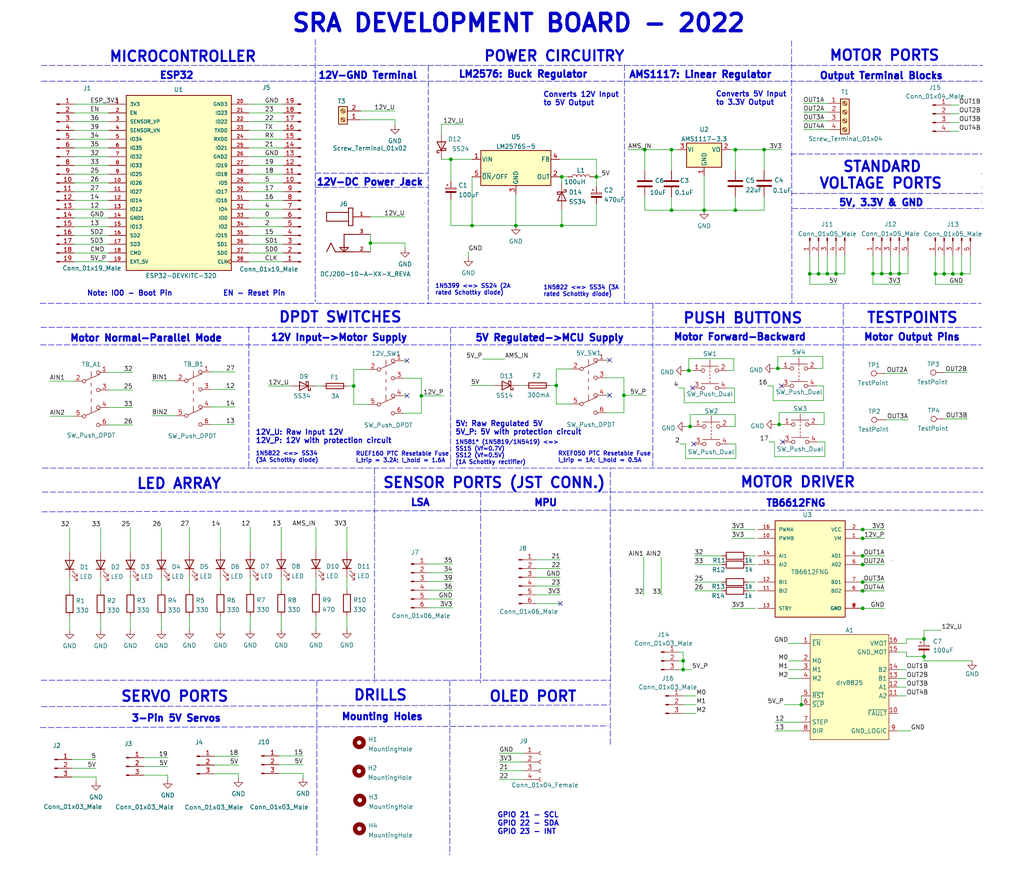
<source format=kicad_sch>
(kicad_sch (version 20211123) (generator eeschema)
  (paper "User" 297.002 259.994)
  (junction (at 225.5774 106.9086))
  (junction (at 250.19 176.53))
  (junction (at 186.9948 43.434))
  (junction (at 239.9284 79.4512))
  (junction (at 162.9156 51.308))
  (junction (at 276.352 79.4766))
  (junction (at 122.1994 114.8588))
  (junction (at 260.8072 79.4258))
  (junction (at 250.19 161.29))
  (junction (at 213.2584 43.434))
  (junction (at 204.216 61.0108))
  (junction (at 271.272 79.4766))
  (junction (at 130.7592 46.228))
  (junction (at 198.12 191.77))
  (junction (at 180.9496 114.7064))
  (junction (at 213.2584 61.0108))
  (junction (at 250.19 156.21))
  (junction (at 255.7272 79.4258))
  (junction (at 258.2672 79.4258))
  (junction (at 107.4166 70.5358))
  (junction (at 194.7418 43.434))
  (junction (at 161.3408 111.8616))
  (junction (at 250.19 171.45))
  (junction (at 234.8484 79.4512))
  (junction (at 267.97 185.42))
  (junction (at 253.1872 79.4258))
  (junction (at 273.812 79.4766))
  (junction (at 162.9156 65.4558))
  (junction (at 250.19 163.83))
  (junction (at 149.606 65.4558))
  (junction (at 232.41 204.47))
  (junction (at 242.4684 79.4512))
  (junction (at 250.19 153.67))
  (junction (at 237.3884 79.4512))
  (junction (at 250.19 168.91))
  (junction (at 198.12 194.31))
  (junction (at 172.974 51.308))
  (junction (at 200.152 123.7488))
  (junction (at 221.615 43.434))
  (junction (at 136.906 65.4558))
  (junction (at 199.771 107.5182))
  (junction (at 278.892 79.4766))
  (junction (at 267.97 190.5))
  (junction (at 102.5906 112.014))
  (junction (at 225.9584 123.1646))
  (junction (at 194.7418 61.0108))
  (no_connect (at 176.784 114.681))
  (no_connect (at 201.1934 128.8288))
  (no_connect (at 118.0338 114.8334))
  (no_connect (at 162.5092 175.133))
  (no_connect (at 118.0338 104.6734))
  (no_connect (at 176.784 104.521))
  (no_connect (at 226.9998 128.2446))
  (no_connect (at 200.8124 112.5982))
  (no_connect (at 226.6188 111.9886))
  (wire (pts (xy 175.768 104.521) (xy 176.784 104.521)))
  (wire (pts (xy 146.431 104.2162) (xy 139.9286 104.2162)))
  (wire (pts (xy 262.89 185.42) (xy 267.97 185.42)))
  (wire (pts (xy 221.615 56.9976) (xy 221.615 61.0108)))
  (polyline (pts (xy 370.1796 138.2014) (xy 370.205 138.2014)))
  (wire (pts (xy 54.9402 167.5638) (xy 54.9402 171.2976)))
  (wire (pts (xy 224.2312 111.9886) (xy 224.2312 116.2558)))
  (wire (pts (xy 267.97 191.77) (xy 281.94 191.77)))
  (wire (pts (xy 216.9668 171.45) (xy 219.1004 171.45)))
  (wire (pts (xy 122.1994 114.8588) (xy 128.7018 114.8588)))
  (wire (pts (xy 72.5678 159.893) (xy 72.5678 152.9334)))
  (wire (pts (xy 224.5106 106.9086) (xy 225.5774 106.9086)))
  (wire (pts (xy 281.432 79.4766) (xy 281.432 74.1172)))
  (wire (pts (xy 198.12 191.77) (xy 198.12 194.31)))
  (wire (pts (xy 46.8122 160.02) (xy 46.8122 153.0604)))
  (wire (pts (xy 253.1872 79.4258) (xy 255.7272 79.4258)))
  (wire (pts (xy 225.5774 106.9086) (xy 225.5774 103.4542)))
  (wire (pts (xy 21.5138 35.306) (xy 31.5214 35.306)))
  (polyline (pts (xy 229.362 44.6786) (xy 284.5816 44.6786)))
  (wire (pts (xy 224.6122 128.2446) (xy 224.6122 132.5118)))
  (wire (pts (xy 72.5678 178.8668) (xy 72.5678 182.6768)))
  (wire (pts (xy 258.2672 79.4258) (xy 260.8072 79.4258)))
  (wire (pts (xy 238.8362 111.9886) (xy 236.7788 111.9886)))
  (polyline (pts (xy 124.206 19.05) (xy 124.206 88.2142)))
  (wire (pts (xy 276.352 79.4766) (xy 278.892 79.4766)))
  (wire (pts (xy 198.8058 128.8288) (xy 198.8058 133.096)))
  (wire (pts (xy 72.5678 167.513) (xy 72.5678 171.2468)))
  (wire (pts (xy 128.016 46.228) (xy 130.7592 46.228)))
  (wire (pts (xy 20.193 160.0708) (xy 20.193 153.1112)))
  (wire (pts (xy 237.3884 79.4512) (xy 239.9284 79.4512)))
  (polyline (pts (xy 181.102 18.796) (xy 181.102 87.9602)))
  (wire (pts (xy 102.5906 107.2134) (xy 102.5906 112.014)))
  (wire (pts (xy 150.6982 111.8616) (xy 152.0698 111.8616)))
  (wire (pts (xy 162.9156 60.8076) (xy 162.9156 65.4558)))
  (wire (pts (xy 172.974 59.182) (xy 172.974 65.4558)))
  (wire (pts (xy 271.272 74.1172) (xy 271.272 79.4766)))
  (wire (pts (xy 219.1004 161.29) (xy 216.9668 161.29)))
  (wire (pts (xy 232.41 201.93) (xy 232.41 204.47)))
  (wire (pts (xy 199.771 107.5182) (xy 200.8124 107.5182)))
  (wire (pts (xy 117.0178 109.7534) (xy 122.1994 109.7534)))
  (wire (pts (xy 29.1846 167.6908) (xy 29.1846 171.4246)))
  (wire (pts (xy 124.3076 173.8122) (xy 131.2672 173.8122)))
  (wire (pts (xy 274.0914 121.5644) (xy 280.5938 121.5644)))
  (wire (pts (xy 41.6814 222.4024) (xy 48.641 222.4024)))
  (wire (pts (xy 200.152 123.7488) (xy 200.152 120.2944)))
  (wire (pts (xy 225.5774 103.4542) (xy 238.633 103.4542)))
  (wire (pts (xy 258.2672 74.0664) (xy 258.2672 79.4258)))
  (polyline (pts (xy 130.6576 95.25) (xy 130.6576 136.1694)))
  (wire (pts (xy 21.5138 50.546) (xy 31.5214 50.546)))
  (wire (pts (xy 228.6 194.31) (xy 232.41 194.31)))
  (wire (pts (xy 260.8072 74.0664) (xy 260.8072 79.4258)))
  (wire (pts (xy 130.7592 65.4558) (xy 136.906 65.4558)))
  (wire (pts (xy 48.641 224.9424) (xy 48.641 226.2124)))
  (wire (pts (xy 162.9156 51.308) (xy 164.6936 51.308)))
  (wire (pts (xy 72.1614 60.706) (xy 82.169 60.706)))
  (wire (pts (xy 21.5138 75.946) (xy 31.5214 75.946)))
  (polyline (pts (xy 284.7086 54.3052) (xy 284.7086 54.3306)))
  (wire (pts (xy 130.7592 46.228) (xy 136.906 46.228)))
  (polyline (pts (xy 284.5816 44.6786) (xy 284.5816 44.7802)))
  (wire (pts (xy 239.9284 32.5374) (xy 232.9688 32.5374)))
  (polyline (pts (xy 177.0634 197.3326) (xy 177.0634 165.5826)))
  (wire (pts (xy 61.1632 118.0846) (xy 68.1228 118.0846)))
  (wire (pts (xy 219.1004 163.83) (xy 216.9668 163.83)))
  (wire (pts (xy 256.8702 121.8184) (xy 263.3726 121.8184)))
  (wire (pts (xy 107.4166 62.9158) (xy 117.4242 62.9158)))
  (wire (pts (xy 124.3076 171.2722) (xy 131.2672 171.2722)))
  (wire (pts (xy 155.5496 162.433) (xy 162.5092 162.433)))
  (wire (pts (xy 159.6898 111.8616) (xy 161.3408 111.8616)))
  (wire (pts (xy 135.8392 73.0758) (xy 135.8392 74.6506)))
  (polyline (pts (xy 91.4146 54.3814) (xy 124.206 54.356)))
  (wire (pts (xy 198.12 189.23) (xy 198.12 191.77)))
  (wire (pts (xy 219.1004 168.91) (xy 216.9668 168.91)))
  (wire (pts (xy 260.8072 79.4258) (xy 263.3472 79.4258)))
  (wire (pts (xy 100.6094 178.8414) (xy 100.6094 182.6514)))
  (wire (pts (xy 275.59 30.48) (xy 278.13 30.48)))
  (wire (pts (xy 239.2172 128.2446) (xy 237.1598 128.2446)))
  (wire (pts (xy 239.9284 37.6174) (xy 232.9688 37.6174)))
  (wire (pts (xy 72.1614 55.626) (xy 82.169 55.626)))
  (wire (pts (xy 213.2584 57.0738) (xy 213.2584 61.0108)))
  (wire (pts (xy 224.8916 123.1646) (xy 225.9584 123.1646)))
  (wire (pts (xy 149.606 56.388) (xy 149.606 65.4558)))
  (wire (pts (xy 234.8484 79.4512) (xy 234.8484 82.4992)))
  (wire (pts (xy 225.9584 119.7102) (xy 239.014 119.7102)))
  (polyline (pts (xy 12.0904 148.5138) (xy 176.784 148.0312)))
  (wire (pts (xy 225.9584 123.1646) (xy 225.9584 119.7102)))
  (wire (pts (xy 41.6814 219.8624) (xy 48.641 219.8624)))
  (wire (pts (xy 199.771 104.0638) (xy 212.8266 104.0638)))
  (wire (pts (xy 213.4108 133.0706) (xy 213.4108 128.8288)))
  (wire (pts (xy 149.606 65.4558) (xy 162.9156 65.4558)))
  (wire (pts (xy 267.97 190.5) (xy 267.97 191.77)))
  (wire (pts (xy 239.2172 132.4864) (xy 239.2172 128.2446)))
  (wire (pts (xy 72.1614 42.926) (xy 82.169 42.926)))
  (wire (pts (xy 63.9318 167.5638) (xy 63.9318 171.2976)))
  (wire (pts (xy 172.974 51.308) (xy 172.974 54.102)))
  (wire (pts (xy 250.19 176.53) (xy 256.54 176.53)))
  (wire (pts (xy 278.892 79.4766) (xy 281.432 79.4766)))
  (wire (pts (xy 117.475 70.5358) (xy 117.475 72.1106)))
  (wire (pts (xy 114.554 34.7472) (xy 114.554 36.322)))
  (wire (pts (xy 180.9496 109.601) (xy 180.9496 114.7064)))
  (polyline (pts (xy 229.5652 56.134) (xy 284.9118 56.134)))
  (wire (pts (xy 102.5906 117.3734) (xy 106.8578 117.3734)))
  (polyline (pts (xy 12.0396 23.5712) (xy 284.8864 23.5712)))
  (wire (pts (xy 250.19 161.29) (xy 256.54 161.29)))
  (wire (pts (xy 63.9318 159.9438) (xy 63.9318 152.9842)))
  (wire (pts (xy 117.0178 114.8334) (xy 118.0338 114.8334)))
  (polyline (pts (xy 139.3952 142.7226) (xy 139.3952 198.0184)))
  (wire (pts (xy 186.9948 43.434) (xy 194.7418 43.434)))
  (wire (pts (xy 273.812 74.1172) (xy 273.812 79.4766)))
  (wire (pts (xy 236.7788 106.9086) (xy 238.633 106.9086)))
  (wire (pts (xy 271.272 79.4766) (xy 273.812 79.4766)))
  (wire (pts (xy 255.7272 74.0664) (xy 255.7272 79.4258)))
  (wire (pts (xy 201.93 207.01) (xy 198.12 207.01)))
  (polyline (pts (xy 12.2936 135.8392) (xy 285.1404 135.8392)))
  (wire (pts (xy 130.7592 57.7596) (xy 130.7592 65.4558)))
  (wire (pts (xy 72.1614 53.086) (xy 82.169 53.086)))
  (wire (pts (xy 61.1632 113.0046) (xy 68.1228 113.0046)))
  (wire (pts (xy 46.8122 167.64) (xy 46.8122 171.3738)))
  (wire (pts (xy 234.8484 79.4512) (xy 237.3884 79.4512)))
  (wire (pts (xy 200.152 120.2944) (xy 213.2076 120.2944)))
  (polyline (pts (xy 12.2682 142.7988) (xy 285.115 142.7988)))
  (wire (pts (xy 100.6094 159.8676) (xy 100.6094 152.908)))
  (wire (pts (xy 172.974 46.228) (xy 172.974 51.308)))
  (wire (pts (xy 250.19 156.21) (xy 256.54 156.21)))
  (wire (pts (xy 21.5138 40.386) (xy 31.5214 40.386)))
  (polyline (pts (xy 12.0142 205.0542) (xy 176.7078 204.5716)))
  (wire (pts (xy 124.3076 163.6522) (xy 131.2672 163.6522)))
  (wire (pts (xy 41.6814 224.9424) (xy 48.641 224.9424)))
  (wire (pts (xy 196.7738 112.5982) (xy 198.4248 112.5982)))
  (wire (pts (xy 180.9496 114.7064) (xy 187.452 114.7064)))
  (wire (pts (xy 239.9284 35.0774) (xy 232.9688 35.0774)))
  (wire (pts (xy 21.5138 60.706) (xy 31.5214 60.706)))
  (wire (pts (xy 262.89 189.23) (xy 262.89 190.5)))
  (wire (pts (xy 172.974 65.4558) (xy 162.9156 65.4558)))
  (wire (pts (xy 249.5804 156.21) (xy 250.19 156.21)))
  (wire (pts (xy 186.6571 172.7001) (xy 186.69 161.6964)))
  (wire (pts (xy 80.9244 221.8944) (xy 87.884 221.8944)))
  (wire (pts (xy 209.3468 168.91) (xy 201.3712 168.91)))
  (wire (pts (xy 186.9948 61.0108) (xy 194.7418 61.0108)))
  (wire (pts (xy 210.9724 107.5182) (xy 212.8266 107.5182)))
  (wire (pts (xy 238.8362 116.2304) (xy 238.8362 111.9886)))
  (wire (pts (xy 117.0178 104.6734) (xy 118.0338 104.6734)))
  (wire (pts (xy 172.974 51.308) (xy 174.3964 51.308)))
  (wire (pts (xy 249.5804 171.45) (xy 250.19 171.45)))
  (wire (pts (xy 198.7042 107.5182) (xy 199.771 107.5182)))
  (wire (pts (xy 155.5496 170.053) (xy 162.5092 170.053)))
  (wire (pts (xy 91.6178 178.8414) (xy 91.6178 182.6514)))
  (wire (pts (xy 213.2584 43.434) (xy 221.615 43.434)))
  (wire (pts (xy 271.272 79.4766) (xy 271.272 82.5246)))
  (wire (pts (xy 107.4166 67.9958) (xy 107.4166 70.5358)))
  (wire (pts (xy 155.5496 164.973) (xy 162.5092 164.973)))
  (wire (pts (xy 72.1614 68.326) (xy 82.169 68.326)))
  (wire (pts (xy 20.9042 222.9358) (xy 27.8638 222.9358)))
  (wire (pts (xy 224.79 212.09) (xy 232.41 212.09)))
  (wire (pts (xy 54.9402 159.9438) (xy 54.9402 152.9842)))
  (wire (pts (xy 37.8206 160.02) (xy 37.8206 153.0604)))
  (polyline (pts (xy 124.206 54.356) (xy 124.206 54.356)))
  (polyline (pts (xy 124.206 50.292) (xy 124.206 50.292)))
  (wire (pts (xy 72.1614 50.546) (xy 82.169 50.546)))
  (wire (pts (xy 239.014 119.7102) (xy 239.014 123.1646)))
  (wire (pts (xy 237.3884 74.0918) (xy 237.3884 79.4512)))
  (wire (pts (xy 209.3468 171.45) (xy 201.3712 171.45)))
  (wire (pts (xy 213.0298 116.84) (xy 213.0298 112.5982)))
  (wire (pts (xy 219.1004 156.21) (xy 212.1408 156.21)))
  (wire (pts (xy 72.1614 45.466) (xy 82.169 45.466)))
  (wire (pts (xy 209.3468 163.83) (xy 201.3712 163.83)))
  (wire (pts (xy 239.9284 74.0918) (xy 239.9284 79.4512)))
  (wire (pts (xy 204.216 51.054) (xy 204.216 61.0108)))
  (wire (pts (xy 61.1632 107.9246) (xy 68.1228 107.9246)))
  (wire (pts (xy 91.6178 167.4876) (xy 91.6178 171.2214)))
  (wire (pts (xy 20.193 179.0446) (xy 20.193 182.8546)))
  (polyline (pts (xy 229.5652 11.811) (xy 229.6668 87.884)))
  (wire (pts (xy 249.5804 153.67) (xy 250.19 153.67)))
  (wire (pts (xy 213.2584 61.0108) (xy 221.615 61.0108)))
  (wire (pts (xy 255.7272 79.4258) (xy 258.2672 79.4258)))
  (wire (pts (xy 21.5138 73.406) (xy 31.5214 73.406)))
  (wire (pts (xy 151.765 226.187) (xy 144.8054 226.187)))
  (wire (pts (xy 106.8578 107.2134) (xy 102.5906 107.2134)))
  (wire (pts (xy 51.0032 110.4646) (xy 44.0436 110.4646)))
  (wire (pts (xy 200.152 123.7488) (xy 201.1934 123.7488)))
  (wire (pts (xy 198.4248 116.8654) (xy 213.0298 116.84)))
  (wire (pts (xy 130.7592 46.228) (xy 130.7592 52.6796)))
  (wire (pts (xy 196.85 191.77) (xy 198.12 191.77)))
  (polyline (pts (xy 12.0396 18.9992) (xy 284.8864 18.9992)))
  (wire (pts (xy 172.3136 51.308) (xy 172.974 51.308)))
  (wire (pts (xy 260.35 199.39) (xy 262.89 199.39)))
  (wire (pts (xy 180.9496 114.7064) (xy 180.9496 119.761)))
  (polyline (pts (xy 11.938 197.3834) (xy 177.0126 197.3834)))
  (wire (pts (xy 21.5138 37.846) (xy 31.5214 37.846)))
  (wire (pts (xy 62.1792 224.536) (xy 69.1388 224.536)))
  (polyline (pts (xy 284.734 58.5216) (xy 284.734 58.547)))
  (wire (pts (xy 165.608 107.061) (xy 161.3408 107.061)))
  (wire (pts (xy 21.3614 110.617) (xy 14.4018 110.617)))
  (wire (pts (xy 122.1994 109.7534) (xy 122.1994 114.8588)))
  (wire (pts (xy 260.35 189.23) (xy 262.89 189.23)))
  (wire (pts (xy 87.884 224.4344) (xy 87.884 225.7044)))
  (wire (pts (xy 219.1004 176.53) (xy 212.1408 176.53)))
  (wire (pts (xy 228.6 196.85) (xy 232.41 196.85)))
  (wire (pts (xy 21.5138 70.866) (xy 31.5214 70.866)))
  (polyline (pts (xy 91.8972 197.4088) (xy 91.8972 248.1072)))
  (wire (pts (xy 197.1548 128.8288) (xy 198.8058 128.8288)))
  (wire (pts (xy 31.5214 123.317) (xy 38.481 123.317)))
  (wire (pts (xy 253.1872 74.0664) (xy 253.1872 79.4258)))
  (wire (pts (xy 262.89 186.69) (xy 262.89 185.42)))
  (wire (pts (xy 249.5804 168.91) (xy 250.19 168.91)))
  (wire (pts (xy 242.4684 74.0918) (xy 242.4684 79.4512)))
  (polyline (pts (xy 11.8364 94.996) (xy 284.6832 94.996)))
  (wire (pts (xy 151.765 221.107) (xy 144.8054 221.107)))
  (wire (pts (xy 155.5496 175.133) (xy 162.5092 175.133)))
  (wire (pts (xy 245.0084 79.4512) (xy 245.0084 74.0918)))
  (wire (pts (xy 29.1846 179.0446) (xy 29.1846 182.8546)))
  (wire (pts (xy 191.77 172.72) (xy 191.77 161.6964)))
  (wire (pts (xy 21.5138 45.466) (xy 31.5214 45.466)))
  (wire (pts (xy 102.5906 112.014) (xy 102.5906 117.3734)))
  (wire (pts (xy 37.8206 178.9938) (xy 37.8206 182.8038)))
  (wire (pts (xy 199.0852 123.7488) (xy 200.152 123.7488)))
  (wire (pts (xy 260.35 196.85) (xy 262.89 196.85)))
  (wire (pts (xy 124.3076 168.7322) (xy 131.2672 168.7322)))
  (wire (pts (xy 31.5214 118.237) (xy 38.481 118.237)))
  (polyline (pts (xy 284.7086 50.3428) (xy 284.7086 50.4444)))
  (wire (pts (xy 100.6094 167.4876) (xy 100.6094 171.2214)))
  (wire (pts (xy 128.016 36.068) (xy 134.5184 36.068)))
  (wire (pts (xy 238.633 103.4542) (xy 238.633 106.9086)))
  (wire (pts (xy 81.5594 159.893) (xy 81.5594 152.9334)))
  (wire (pts (xy 273.812 79.4766) (xy 276.352 79.4766)))
  (wire (pts (xy 62.1792 221.996) (xy 69.1388 221.996)))
  (wire (pts (xy 194.7418 61.0108) (xy 204.216 61.0108)))
  (wire (pts (xy 273.9644 108.1024) (xy 280.4668 108.1024)))
  (polyline (pts (xy 284.8864 18.8976) (xy 284.8864 18.9992)))
  (polyline (pts (xy 177.0126 216.0016) (xy 177.0126 197.3834)))
  (wire (pts (xy 124.3076 176.3522) (xy 131.2672 176.3522)))
  (polyline (pts (xy 11.684 88.0364) (xy 284.5308 88.0364)))
  (wire (pts (xy 180.9496 119.761) (xy 175.768 119.761)))
  (wire (pts (xy 267.97 182.88) (xy 267.97 185.42)))
  (wire (pts (xy 175.768 114.681) (xy 176.784 114.681)))
  (polyline (pts (xy 244.5512 88.0872) (xy 244.5512 135.9408)))
  (wire (pts (xy 222.9612 128.2446) (xy 224.6122 128.2446)))
  (wire (pts (xy 213.4108 128.8288) (xy 211.3534 128.8288)))
  (wire (pts (xy 21.5138 55.626) (xy 31.5214 55.626)))
  (wire (pts (xy 209.3468 161.29) (xy 201.3712 161.29)))
  (wire (pts (xy 151.765 223.647) (xy 144.8054 223.647)))
  (wire (pts (xy 227.33 204.47) (xy 232.41 204.47)))
  (wire (pts (xy 20.9042 225.4758) (xy 27.8638 225.4758)))
  (wire (pts (xy 72.1614 40.386) (xy 82.169 40.386)))
  (wire (pts (xy 260.35 201.93) (xy 262.89 201.93)))
  (wire (pts (xy 225.5774 106.9086) (xy 226.6188 106.9086)))
  (wire (pts (xy 84.328 112.014) (xy 77.8256 112.014)))
  (wire (pts (xy 21.5138 68.326) (xy 31.5214 68.326)))
  (wire (pts (xy 221.615 49.3776) (xy 221.615 43.434)))
  (wire (pts (xy 198.4248 112.5982) (xy 198.4248 116.8654)))
  (wire (pts (xy 54.9402 178.9176) (xy 54.9402 182.7276)))
  (wire (pts (xy 278.892 74.1172) (xy 278.892 79.4766)))
  (wire (pts (xy 72.1614 37.846) (xy 82.169 37.846)))
  (wire (pts (xy 72.1614 35.306) (xy 82.169 35.306)))
  (wire (pts (xy 31.5214 108.077) (xy 38.481 108.077)))
  (wire (pts (xy 250.19 171.45) (xy 256.54 171.45)))
  (wire (pts (xy 250.19 153.67) (xy 256.54 153.67)))
  (wire (pts (xy 267.97 182.88) (xy 273.05 182.88)))
  (wire (pts (xy 211.3534 123.7488) (xy 213.2076 123.7488)))
  (wire (pts (xy 29.1846 160.0708) (xy 29.1846 153.1112)))
  (wire (pts (xy 182.118 43.434) (xy 186.9948 43.434)))
  (wire (pts (xy 194.7418 43.434) (xy 196.596 43.434)))
  (polyline (pts (xy 11.684 211.1248) (xy 176.3776 210.6422)))
  (wire (pts (xy 199.771 107.5182) (xy 199.771 104.0638)))
  (wire (pts (xy 275.59 38.1) (xy 278.13 38.1)))
  (wire (pts (xy 198.12 194.31) (xy 200.66 194.31)))
  (wire (pts (xy 162.306 51.308) (xy 162.9156 51.308)))
  (wire (pts (xy 61.1632 123.1646) (xy 68.1228 123.1646)))
  (wire (pts (xy 128.016 36.068) (xy 128.016 38.608)))
  (wire (pts (xy 249.5804 163.83) (xy 250.19 163.83)))
  (polyline (pts (xy 176.9872 148.0566) (xy 285.0134 148.0566)))
  (wire (pts (xy 224.79 209.55) (xy 232.41 209.55)))
  (wire (pts (xy 72.1614 70.866) (xy 82.169 70.866)))
  (wire (pts (xy 237.1598 123.1646) (xy 239.014 123.1646)))
  (wire (pts (xy 249.5804 176.53) (xy 250.19 176.53)))
  (wire (pts (xy 69.1388 224.536) (xy 69.1388 225.806)))
  (wire (pts (xy 72.1614 48.006) (xy 82.169 48.006)))
  (polyline (pts (xy 91.44 11.43) (xy 91.44 87.4776)))
  (wire (pts (xy 161.3408 107.061) (xy 161.3408 111.8616)))
  (wire (pts (xy 198.8058 133.096) (xy 213.4108 133.0706)))
  (wire (pts (xy 253.1872 82.4738) (xy 261.2644 82.4738)))
  (wire (pts (xy 62.1792 219.456) (xy 69.1388 219.456)))
  (wire (pts (xy 239.9284 79.4512) (xy 242.4684 79.4512)))
  (wire (pts (xy 136.906 65.4558) (xy 149.606 65.4558)))
  (wire (pts (xy 234.8484 74.0918) (xy 234.8484 79.4512)))
  (wire (pts (xy 211.836 43.434) (xy 213.2584 43.434)))
  (polyline (pts (xy 229.8446 60.5028) (xy 285.1912 60.5028)))
  (wire (pts (xy 21.5138 58.166) (xy 31.5214 58.166)))
  (wire (pts (xy 260.35 212.09) (xy 264.16 212.09)))
  (wire (pts (xy 91.948 112.014) (xy 93.3196 112.014)))
  (wire (pts (xy 250.19 163.83) (xy 256.54 163.83)))
  (wire (pts (xy 186.9948 43.434) (xy 186.9948 49.5046)))
  (wire (pts (xy 250.19 168.91) (xy 256.54 168.91)))
  (wire (pts (xy 222.5802 111.9886) (xy 224.2312 111.9886)))
  (wire (pts (xy 21.5138 32.766) (xy 31.5214 32.766)))
  (wire (pts (xy 271.272 82.5246) (xy 279.3492 82.5246)))
  (wire (pts (xy 260.35 194.31) (xy 262.89 194.31)))
  (wire (pts (xy 100.9396 112.014) (xy 102.5906 112.014)))
  (wire (pts (xy 104.5464 34.7472) (xy 114.554 34.7472)))
  (polyline (pts (xy 176.9872 165.989) (xy 176.9872 135.8646)))
  (wire (pts (xy 275.59 33.02) (xy 278.13 33.02)))
  (wire (pts (xy 213.2584 43.434) (xy 213.2584 49.4538)))
  (wire (pts (xy 253.1872 79.4258) (xy 253.1872 82.4738)))
  (wire (pts (xy 155.5496 172.593) (xy 162.5092 172.593)))
  (wire (pts (xy 224.2312 116.2558) (xy 238.8362 116.2304)))
  (wire (pts (xy 21.5138 63.246) (xy 31.5214 63.246)))
  (wire (pts (xy 122.1994 119.9134) (xy 117.0178 119.9134)))
  (wire (pts (xy 213.2076 120.2944) (xy 213.2076 123.7488)))
  (polyline (pts (xy 11.7348 100.076) (xy 284.5816 100.076)))
  (wire (pts (xy 151.765 218.567) (xy 144.8054 218.567)))
  (wire (pts (xy 275.59 35.56) (xy 278.13 35.56)))
  (wire (pts (xy 21.5138 42.926) (xy 31.5214 42.926)))
  (wire (pts (xy 122.1994 114.8588) (xy 122.1994 119.9134)))
  (polyline (pts (xy 130.4544 197.4596) (xy 130.4544 248.158)))
  (wire (pts (xy 234.8484 82.4992) (xy 242.9256 82.4992)))
  (wire (pts (xy 21.5138 48.006) (xy 31.5214 48.006)))
  (wire (pts (xy 201.93 201.93) (xy 198.12 201.93)))
  (wire (pts (xy 104.5464 32.2072) (xy 114.554 32.2072)))
  (wire (pts (xy 27.8638 225.4758) (xy 27.8638 226.7458)))
  (wire (pts (xy 276.352 74.1172) (xy 276.352 79.4766)))
  (wire (pts (xy 221.615 43.434) (xy 226.7966 43.434)))
  (wire (pts (xy 219.1004 153.67) (xy 212.1408 153.67)))
  (polyline (pts (xy 189.3316 87.9602) (xy 189.3316 135.8138)))
  (wire (pts (xy 201.93 204.47) (xy 198.12 204.47)))
  (polyline (pts (xy 72.1614 94.8944) (xy 72.1614 135.8138)))
  (wire (pts (xy 72.1614 73.406) (xy 82.169 73.406)))
  (wire (pts (xy 107.4166 70.5358) (xy 107.4166 73.0758)))
  (wire (pts (xy 124.3076 166.1922) (xy 131.2672 166.1922)))
  (wire (pts (xy 21.3614 120.777) (xy 14.4018 120.777)))
  (polyline (pts (xy 165.4048 88.0364) (xy 165.227 88.0364)))
  (wire (pts (xy 21.5138 53.086) (xy 31.5214 53.086)))
  (wire (pts (xy 72.1614 65.786) (xy 82.169 65.786)))
  (wire (pts (xy 155.5496 167.513) (xy 162.5092 167.513)))
  (wire (pts (xy 72.1614 63.246) (xy 82.169 63.246)))
  (wire (pts (xy 196.85 189.23) (xy 198.12 189.23)))
  (polyline (pts (xy 72.1614 135.8138) (xy 72.3392 135.8138)))
  (wire (pts (xy 194.7418 43.434) (xy 194.7418 49.5046)))
  (wire (pts (xy 21.5138 30.226) (xy 31.5214 30.226)))
  (wire (pts (xy 249.5804 161.29) (xy 250.19 161.29)))
  (wire (pts (xy 161.3408 111.8616) (xy 161.3408 117.221)))
  (wire (pts (xy 136.906 51.308) (xy 136.906 65.4558)))
  (wire (pts (xy 80.9244 224.4344) (xy 87.884 224.4344)))
  (wire (pts (xy 91.6178 159.8676) (xy 91.6178 152.908)))
  (wire (pts (xy 81.5594 167.513) (xy 81.5594 171.2468)))
  (wire (pts (xy 228.6 186.69) (xy 232.41 186.69)))
  (polyline (pts (xy 139.2936 198.0184) (xy 139.3952 198.0184)))
  (wire (pts (xy 162.9156 51.308) (xy 162.9156 53.1876)))
  (wire (pts (xy 107.4166 70.5358) (xy 117.475 70.5358)))
  (polyline (pts (xy 258.6736 162.5854) (xy 258.699 162.5854)))
  (wire (pts (xy 81.5594 178.8668) (xy 81.5594 182.6768)))
  (wire (pts (xy 63.9318 178.9176) (xy 63.9318 182.7276)))
  (wire (pts (xy 21.5138 65.786) (xy 31.5214 65.786)))
  (polyline (pts (xy 177.0634 165.5826) (xy 177.0888 165.5826)))
  (wire (pts (xy 143.0782 111.8616) (xy 136.5758 111.8616)))
  (wire (pts (xy 204.216 61.0108) (xy 213.2584 61.0108)))
  (polyline (pts (xy 91.4146 50.2412) (xy 124.206 50.292)))
  (wire (pts (xy 46.8122 178.9938) (xy 46.8122 182.8038)))
  (wire (pts (xy 196.85 194.31) (xy 198.12 194.31)))
  (wire (pts (xy 20.193 167.6908) (xy 20.193 171.4246)))
  (wire (pts (xy 212.8266 104.0638) (xy 212.8266 107.5182)))
  (wire (pts (xy 224.6122 132.5118) (xy 239.2172 132.4864)))
  (wire (pts (xy 162.306 46.228) (xy 172.974 46.228)))
  (polyline (pts (xy 123.2154 58.928) (xy 123.2154 58.9788)))
  (wire (pts (xy 80.9244 219.3544) (xy 87.884 219.3544)))
  (wire (pts (xy 72.1614 58.166) (xy 82.169 58.166)))
  (wire (pts (xy 20.9042 220.3958) (xy 27.8638 220.3958)))
  (wire (pts (xy 263.3472 79.4258) (xy 263.3472 74.0664)))
  (wire (pts (xy 194.7418 57.1246) (xy 194.7418 61.0108)))
  (wire (pts (xy 260.35 186.69) (xy 262.89 186.69)))
  (wire (pts (xy 262.89 190.5) (xy 267.97 190.5)))
  (wire (pts (xy 242.4684 79.4512) (xy 245.0084 79.4512)))
  (wire (pts (xy 225.9584 123.1646) (xy 226.9998 123.1646)))
  (polyline (pts (xy 176.9872 135.8646) (xy 177.0634 135.8646)))
  (polyline (pts (xy 117.7036 87.9348) (xy 117.8052 87.9348)))
  (wire (pts (xy 37.8206 167.64) (xy 37.8206 171.3738)))
  (wire (pts (xy 175.768 109.601) (xy 180.9496 109.601)))
  (wire (pts (xy 72.1614 75.946) (xy 82.169 75.946)))
  (wire (pts (xy 186.9948 57.1246) (xy 186.9948 61.0108)))
  (wire (pts (xy 228.6 191.77) (xy 232.41 191.77)))
  (polyline (pts (xy 108.6104 135.9154) (xy 108.6104 198.0184)))
  (wire (pts (xy 213.0298 112.5982) (xy 210.9724 112.5982)))
  (wire (pts (xy 51.0032 120.6246) (xy 44.0436 120.6246)))
  (wire (pts (xy 72.1614 32.766) (xy 82.169 32.766)))
  (wire (pts (xy 239.9284 29.9974) (xy 232.9688 29.9974)))
  (wire (pts (xy 256.7432 108.3564) (xy 263.2456 108.3564)))
  (wire (pts (xy 31.5214 113.157) (xy 38.481 113.157)))
  (wire (pts (xy 161.3408 117.221) (xy 165.608 117.221)))
  (wire (pts (xy 72.1614 30.226) (xy 82.169 30.226)))
  (text "5V, 3.3V & GND" (at 243.1288 60.1472 0) (effects (font (size 2 2) (thickness 0.6) bold) (justify left bottom)))
  (text "RXEF050 PTC Resetable Fuse \nI_trip = 1A; I_hold = 0.5A" (at 161.7472 134.3914 0) (effects (font (size 1.2 1.2) bold) (justify left bottom)))
  (text "Mounting Holes" (at 98.9076 209.296 0) (effects (font (size 2 2) (thickness 0.6) bold) (justify left bottom)))
  (text "SRA DEVELOPMENT BOARD - 2022" (at 84.2772 9.8044 0) (effects (font (size 5 5) (thickness 1) bold) (justify left bottom)))
  (text "LED ARRAY" (at 39.4462 142.2654 0) (effects (font (size 3 3) (thickness 0.6) bold) (justify left bottom)))
  (text "12V_U: Raw Input 12V\n12V_P: 12V with protection circuit" (at 74.0664 128.8796 0) (effects (font (size 1.5 1.5) bold) (justify left bottom)))
  (text "12V-GND Terminal" (at 92.1512 23.2156 0) (effects (font (size 2 2) (thickness 0.6) bold) (justify left bottom)))
  (text "1N5822 <=> SS34 (3A \nrated Schottky diode)" (at 157.5308 86.2076 0) (effects (font (size 1.2 1.2) bold) (justify left bottom)))
  (text "Output Terminal Blocks" (at 237.5662 23.3172 0) (effects (font (size 2 2) (thickness 0.6) bold) (justify left bottom)))
  (text "LSA" (at 118.9482 147.1676 0) (effects (font (size 2 2) (thickness 0.6) bold) (justify left bottom)))
  (text "MPU" (at 154.7368 147.2184 0) (effects (font (size 2 2) (thickness 0.6) bold) (justify left bottom)))
  (text "Converts 5V Input \nto 3.3V Output" (at 207.518 30.734 0) (effects (font (size 1.5 1.5) bold) (justify left bottom)))
  (text "DRILLS" (at 102.362 203.6572 0) (effects (font (size 3 3) (thickness 0.6) bold) (justify left bottom)))
  (text "SENSOR PORTS (JST CONN.)" (at 110.871 142.0114 0) (effects (font (size 3 3) (thickness 0.6) bold) (justify left bottom)))
  (text "1N5399 <=> SS24 (2A \nrated Schottky diode)" (at 126.1364 85.7758 0) (effects (font (size 1.2 1.2) bold) (justify left bottom)))
  (text "DPDT SWITCHES" (at 80.645 93.9546 0) (effects (font (size 3 3) (thickness 0.6) bold) (justify left bottom)))
  (text "5V: Raw Regulated 5V\n5V_P: 5V with protection circuit" (at 131.9784 126.3904 0) (effects (font (size 1.5 1.5) bold) (justify left bottom)))
  (text "Note: IO0 - Boot Pin             EN - Reset Pin" (at 25.146 86.106 0) (effects (font (size 1.5 1.5) bold) (justify left bottom)))
  (text "POWER CIRCUITRY" (at 140.1318 18.2118 0) (effects (font (size 3 3) (thickness 0.6) bold) (justify left bottom)))
  (text "ESP32" (at 46.1518 23.2156 0) (effects (font (size 2 2) (thickness 0.6) bold) (justify left bottom)))
  (text "RUEF160 PTC Resetable Fuse \nI_trip = 3.2A; I_hold = 1.6A" (at 103.0986 134.4422 0) (effects (font (size 1.2 1.2) bold) (justify left bottom)))
  (text "LM2576: Buck Regulator" (at 132.842 22.86 0) (effects (font (size 2 2) (thickness 0.6) bold) (justify left bottom)))
  (text "MICROCONTROLLER" (at 31.496 18.3388 0) (effects (font (size 3 3) (thickness 0.6) bold) (justify left bottom)))
  (text "GPIO 21 - SCL\nGPIO 22 - SDA\nGPIO 23 - INT\n" (at 144.1704 242.316 0) (effects (font (size 1.5 1.5) bold) (justify left bottom)))
  (text "TB6612FNG\n" (at 222.0214 147.3454 0) (effects (font (size 2 2) (thickness 0.6) bold) (justify left bottom)))
  (text "1N5822 <=> SS34 \n(3A Schottky diode)" (at 74.0664 134.366 0) (effects (font (size 1.2 1.2) bold) (justify left bottom)))
  (text "3-Pin 5V Servos" (at 37.9984 209.7532 0) (effects (font (size 2 2) (thickness 0.6) bold) (justify left bottom)))
  (text "SERVO PORTS" (at 34.8488 204.0128 0) (effects (font (size 3 3) (thickness 0.6) bold) (justify left bottom)))
  (text "1N581* (1N5819/1N5419) <=> \nSS15 (Vf=0.7V) \nSS12 (Vf=0.5V)\n(1A Schottky rectifier)" (at 131.9784 134.9502 0) (effects (font (size 1.2 1.2) bold) (justify left bottom)))
  (text "12V Input->Motor Supply" (at 78.3844 99.2886 0) (effects (font (size 2 2) (thickness 0.6) bold) (justify left bottom)))
  (text "5V Regulated->MCU Supply" (at 137.6934 99.3648 0) (effects (font (size 2 2) (thickness 0.6) bold) (justify left bottom)))
  (text "OLED PORT" (at 141.6812 204.0128 0) (effects (font (size 3 3) (thickness 0.6) bold) (justify left bottom)))
  (text "MOTOR PORTS\n\n" (at 240.3348 22.8346 0) (effects (font (size 3 3) (thickness 0.6) bold) (justify left bottom)))
  (text "Motor Output Pins" (at 250.3678 99.1362 0) (effects (font (size 2 2) (thickness 0.6) bold) (justify left bottom)))
  (text "MOTOR DRIVER\n" (at 214.4776 141.8082 0) (effects (font (size 3 3) (thickness 0.6) bold) (justify left bottom)))
  (text "12V-DC Power Jack" (at 91.6686 54.1782 0) (effects (font (size 2 2) (thickness 0.6) bold) (justify left bottom)))
  (text "Converts 12V Input \nto 5V Output" (at 157.48 30.861 0) (effects (font (size 1.5 1.5) bold) (justify left bottom)))
  (text "TESTPOINTS" (at 251.206 94.107 0) (effects (font (size 3 3) (thickness 0.6) bold) (justify left bottom)))
  (text "PUSH BUTTONS" (at 197.8914 94.234 0) (effects (font (size 3 3) (thickness 0.6) bold) (justify left bottom)))
  (text "Motor Forward-Backward" (at 195.199 99.1108 0) (effects (font (size 2 2) (thickness 0.6) bold) (justify left bottom)))
  (text "AMS1117: Linear Regulator" (at 182.2704 22.9616 0) (effects (font (size 2 2) (thickness 0.6) bold) (justify left bottom)))
  (text "   STANDARD \nVOLTAGE PORTS" (at 237.3884 55.118 0) (effects (font (size 3 3) (thickness 0.6) bold) (justify left bottom)))
  (text "Motor Normal-Parallel Mode" (at 20.1422 99.441 0) (effects (font (size 2 2) (thickness 0.6) bold) (justify left bottom)))
  (label "32" (at 26.1366 45.466 0))
  (label "12" (at 26.1366 60.706 0))
  (label "25" (at 201.3712 168.91 0))
  (label "27" (at 26.1366 55.626 0))
  (label "15" (at 76.7842 68.326 0))
  (label "M0" (at 201.93 201.93 0))
  (label "13" (at 224.79 212.09 0))
  (label "33" (at 201.3712 163.83 0))
  (label "17" (at 76.7842 55.626 0))
  (label "OUT2A" (at 263.2456 108.3564 180))
  (label "15" (at 87.884 219.3544 180))
  (label "5V" (at 136.5758 111.8616 0))
  (label "M0" (at 228.6 191.77 180))
  (label "19" (at 48.641 219.8624 180))
  (label "RX" (at 76.7842 40.386 0))
  (label "32" (at 38.481 108.077 180))
  (label "12V_U" (at 77.8256 112.014 0))
  (label "OUT1B" (at 262.89 194.31 0))
  (label "5V" (at 174.3964 51.308 0))
  (label "OUT4B" (at 278.13 38.1 0))
  (label "CLK" (at 76.7842 75.946 0))
  (label "19" (at 76.7842 48.006 0))
  (label "AIN2" (at 14.4018 120.777 0))
  (label "GND" (at 228.6 186.69 180))
  (label "OUT1B" (at 278.13 30.48 0))
  (label "GND" (at 264.16 212.09 0))
  (label "26" (at 46.8122 153.0604 180))
  (label "12V_U" (at 117.4242 62.9158 180))
  (label "36" (at 131.2672 171.2722 180))
  (label "13" (at 68.1228 123.1646 180))
  (label "OUT3B" (at 278.13 35.56 0))
  (label "5V" (at 48.641 222.4024 180))
  (label "OUT3A" (at 256.54 168.91 180))
  (label "39" (at 26.1366 37.846 0))
  (label "SD2" (at 26.1366 68.326 0))
  (label "18" (at 69.1388 219.456 180))
  (label "34" (at 26.1366 40.386 0))
  (label "26" (at 26.1366 53.086 0))
  (label "OUT2B" (at 262.89 196.85 0))
  (label "5" (at 76.7842 53.086 0))
  (label "12" (at 72.5678 152.9334 180))
  (label "5V_P" (at 200.66 194.31 0))
  (label "BIN2" (at 44.0436 120.6246 0))
  (label "OUT1A" (at 256.54 161.29 180))
  (label "5V_P" (at 26.1366 75.946 0))
  (label "3V3" (at 100.6094 152.908 180))
  (label "TX" (at 76.7842 37.846 0))
  (label "16" (at 76.7842 58.166 0))
  (label "33" (at 26.1366 48.006 0))
  (label "AMS_IN" (at 146.431 104.2162 0))
  (label "3V3" (at 144.8054 221.107 0))
  (label "32" (at 186.6571 172.7001 180))
  (label "39" (at 131.2672 168.7322 180))
  (label "21" (at 76.7842 42.926 0))
  (label "OUT3A" (at 232.9688 35.0774 0))
  (label "GND" (at 144.8054 218.567 0))
  (label "3V3" (at 261.2644 82.4738 180))
  (label "5V_P" (at 187.452 114.7064 180))
  (label "3V3" (at 212.1408 153.67 0))
  (label "GND" (at 26.1366 63.246 0))
  (label "23" (at 76.7842 32.766 0))
  (label "25" (at 37.8206 153.0604 180))
  (label "M1" (at 201.93 204.47 0))
  (label "OUT3A" (at 263.3726 121.8184 180))
  (label "12" (at 224.79 209.55 0))
  (label "SD0" (at 76.7842 73.406 0))
  (label "BIN1" (at 44.0436 110.4646 0))
  (label "OUT2B" (at 278.13 33.02 0))
  (label "26" (at 38.481 123.317 180))
  (label "ESP_3V3" (at 26.1366 30.226 0))
  (label "GND" (at 76.7842 45.466 0))
  (label "OUT4A" (at 232.9688 37.6174 0))
  (label "26" (at 201.3712 171.45 0))
  (label "5V_P" (at 227.33 204.47 180))
  (label "3V3" (at 256.54 153.67 180))
  (label "4" (at 76.7842 60.706 0))
  (label "33" (at 29.1846 153.1112 180))
  (label "5V" (at 87.884 221.8944 180))
  (label "23" (at 162.5092 170.053 180))
  (label "GND" (at 256.54 176.53 180))
  (label "14" (at 68.1228 118.0846 180))
  (label "AIN2" (at 191.77 161.6964 180))
  (label "OUT4B" (at 262.89 201.93 0))
  (label "12V_P" (at 256.54 156.21 180))
  (label "SD3" (at 26.1366 70.866 0))
  (label "36" (at 26.1366 35.306 0))
  (label "12V_U" (at 134.5184 36.068 180))
  (label "5V_P" (at 139.9286 104.2162 180))
  (label "AIN1" (at 14.4018 110.617 0))
  (label "0" (at 76.7842 63.246 0))
  (label "OUT2A" (at 232.9688 32.5374 0))
  (label "3V3" (at 162.5092 172.593 180))
  (label "33" (at 191.77 172.72 180))
  (label "AMS_IN" (at 182.118 43.434 0))
  (label "14" (at 26.1366 58.166 0))
  (label "21" (at 162.5092 162.433 180))
  (label "5V" (at 69.1388 221.996 180))
  (label "2" (at 76.7842 65.786 0))
  (label "35" (at 131.2672 163.6522 180))
  (label "18" (at 76.7842 50.546 0))
  (label "3V3" (at 212.1408 156.21 0))
  (label "GND" (at 131.2672 173.8122 180))
  (label "27" (at 68.1228 107.9246 180))
  (label "GND" (at 135.8392 73.0758 0))
  (label "5V" (at 27.8638 222.9358 180))
  (label "25" (at 38.481 113.157 180))
  (label "34" (at 131.2672 166.1922 180))
  (label "12V_U" (at 114.554 32.2072 180))
  (label "3V3" (at 226.7966 43.434 180))
  (label "32" (at 201.3712 161.29 0))
  (label "OUT4A" (at 256.54 171.45 180))
  (label "OUT2B" (at 280.4668 108.1024 180))
  (label "OUT3B" (at 262.89 199.39 0))
  (label "AMS_IN" (at 91.6178 152.908 180))
  (label "4" (at 196.7738 112.5982 180))
  (label "OUT1A" (at 232.9688 29.9974 0))
  (label "AIN1" (at 186.69 161.6964 180))
  (label "M2" (at 201.93 207.01 0))
  (label "25" (at 26.1366 50.546 0))
  (label "GND" (at 162.5092 167.513 180))
  (label "22" (at 144.8054 226.187 0))
  (label "CMD" (at 26.1366 73.406 0))
  (label "EN" (at 26.1366 32.766 0))
  (label "14" (at 63.9318 152.9842 180))
  (label "27" (at 54.9402 152.9842 180))
  (label "M1" (at 228.6 194.31 180))
  (label "12" (at 68.1228 113.0046 180))
  (label "3V3" (at 131.2672 176.3522 180))
  (label "5V" (at 242.9256 82.4992 180))
  (label "2" (at 197.1548 128.8288 180))
  (label "32" (at 20.193 153.1112 180))
  (label "13" (at 81.5594 152.9334 180))
  (label "35" (at 26.1366 42.926 0))
  (label "17" (at 222.9612 128.2446 180))
  (label "GND" (at 279.3492 82.5246 180))
  (label "33" (at 38.481 118.237 180))
  (label "16" (at 222.5802 111.9886 180))
  (label "22" (at 162.5092 164.973 180))
  (label "13" (at 26.1366 65.786 0))
  (label "21" (at 144.8054 223.647 0))
  (label "GND" (at 76.7842 30.226 0))
  (label "3V3" (at 212.1408 176.53 0))
  (label "5" (at 27.8638 220.3958 180))
  (label "OUT3B" (at 280.5938 121.5644 180))
  (label "OUT2A" (at 256.54 163.83 180))
  (label "12V_P" (at 128.7018 114.8588 180))
  (label "M2" (at 228.6 196.85 180))
  (label "22" (at 76.7842 35.306 0))
  (label "SD1" (at 76.7842 70.866 0))
  (label "12V_U" (at 273.05 182.88 0))
  (symbol (lib_id "Device:R") (at 37.8206 175.1838 0) (unit 1)
    (property "Reference" "R3" (at 39.5986 174.2753 0) (effects (justify left)))
    (property "Value" "330" (at 39.5986 177.0504 0) (effects (justify left)))
    (property "Footprint" "Resistor_SMD:R_0603_1608Metric" (effects hide))
  )
  (symbol (lib_id "Connector:Conn_01x05_Male") (at 258.2672 68.9864 90) (mirror x) (unit 1)
    (property "Reference" "J12" (at 258.2672 65.0707 90))
    (property "Value" "Conn_01x05_Male" (at 258.2672 67.8458 90))
    (property "Footprint" "pin_header_connectors:1X05" (effects hide))
  )
  (symbol (lib_id "Device:R") (at 213.1568 161.29 90) (unit 1)
    (property "Reference" "R11" (at 208.534 162.6108 90))
    (property "Value" "1k" (at 217.1192 162.5854 90))
    (property "Footprint" "Resistor_SMD:R_1206_3216Metric" (effects hide))
  )
  (symbol (lib_id "Device:LED") (at 91.6178 163.6776 90) (unit 1)
    (property "Reference" "D10" (at 94.5388 164.3566 90) (effects (justify right)))
    (property "Value" "LED" (at 94.5388 167.1317 90) (effects (justify right)))
    (property "Footprint" "LED_SMD:LED_0603_1608Metric" (effects hide))
  )
  (symbol (lib_id "power:GND") (at 199.0852 123.7488 270) (unit 1)
    (property "Reference" "#PWR0102" (effects hide))
    (property "Value" "GND" (at 195.9103 124.2278 90) (effects (justify right)))
  )
  (symbol (lib_id "Connector:Conn_01x06_Male") (at 150.4696 167.513 0) (unit 1)
    (property "Reference" "J8" (at 151.5872 159.1056 0))
    (property "Value" "Conn_01x06_Male" (at 153.3652 177.4698 0))
    (property "Footprint" "Connector_PinHeader_2.54mm:PinHeader_1x06_P2.54mm_Vertical" (effects hide))
  )
  (symbol (lib_id "Connector:Conn_01x05_Male") (at 276.352 69.0372 90) (mirror x) (unit 1)
    (property "Reference" "J13" (at 276.352 65.1215 90))
    (property "Value" "Conn_01x05_Male" (at 276.352 67.8966 90))
    (property "Footprint" "pin_header_connectors:1X05" (effects hide))
  )
  (symbol (lib_id "power:GND") (at 149.606 65.4558 0) (unit 1)
    (property "Reference" "#PWR017" (effects hide))
    (property "Value" "GND" (at 149.606 70.0183 0))
  )
  (symbol (lib_id "power:GND") (at 72.5678 182.6768 0) (unit 1)
    (property "Reference" "#PWR09" (effects hide))
    (property "Value" "GND" (at 72.5678 187.2393 0))
  )
  (symbol (lib_id "power:GND") (at 37.8206 182.8038 0) (unit 1)
    (property "Reference" "#PWR04" (effects hide))
    (property "Value" "GND" (at 37.8206 187.3663 0))
  )
  (symbol (lib_id "Switch:SW_Push_DPDT") (at 56.0832 115.5446 0) (unit 1)
    (property "Reference" "TB_B1" (at 56.1594 105.664 0))
    (property "Value" "SW_Push_DPDT" (at 55.753 126.5174 0))
    (property "Footprint" "dpdt_tht:dpdt_sw_2x03_tht" (effects hide))
  )
  (symbol (lib_id "Connector:TestPoint") (at 256.7432 108.3564 90) (unit 1)
    (property "Reference" "TP1" (at 253.4666 105.9434 90))
    (property "Value" "TestPoint" (at 253.1872 111.125 90))
    (property "Footprint" "testpoint_pad:pad_1,27-2,54_smd" (effects hide))
  )
  (symbol (lib_id "Connector:Conn_01x03_Male") (at 36.6014 222.4024 0) (unit 1)
    (property "Reference" "J3" (at 37.2364 215.8197 0))
    (property "Value" "Conn_01x03_Male" (at 41.9354 234.188 0))
    (property "Footprint" "pin_header_connectors:1X03" (effects hide))
  )
  (symbol (lib_id "power:GND") (at 204.216 61.0108 0) (unit 1)
    (property "Reference" "#PWR020" (effects hide))
    (property "Value" "GND" (at 204.216 65.5733 0))
  )
  (symbol (lib_id "Device:LED") (at 20.193 163.8808 90) (unit 1)
    (property "Reference" "D1" (at 23.114 164.5598 90) (effects (justify right)))
    (property "Value" "LED" (at 23.114 167.3349 90) (effects (justify right)))
    (property "Footprint" "LED_SMD:LED_0603_1608Metric" (effects hide))
  )
  (symbol (lib_id "Connector:TestPoint") (at 273.9644 108.1024 90) (unit 1)
    (property "Reference" "TP3" (at 270.6878 105.6894 90))
    (property "Value" "TestPoint" (at 270.4084 110.871 90))
    (property "Footprint" "testpoint_pad:pad_1,27-2,54_smd" (effects hide))
  )
  (symbol (lib_id "Switch:SW_Push_Dual") (at 206.2734 123.7488 0) (unit 1)
    (property "Reference" "SW2" (at 206.3242 119.3038 0))
    (property "Value" "SW_Push_Dual" (at 206.248 131.1402 0))
    (property "Footprint" "tactile_smd:spst_tactile_sw_2x02_smd" (effects hide))
  )
  (symbol (lib_id "power:GND") (at 87.884 225.7044 0) (unit 1)
    (property "Reference" "#PWR0101" (effects hide))
    (property "Value" "GND" (at 87.884 230.2669 0))
  )
  (symbol (lib_id "Switch:SW_Push_DPDT") (at 26.4414 115.697 0) (unit 1)
    (property "Reference" "TB_A1" (at 26.4922 105.7148 0))
    (property "Value" "SW_Push_DPDT" (at 26.416 126.3142 0))
    (property "Footprint" "dpdt_tht:dpdt_sw_2x03_tht" (effects hide))
  )
  (symbol (lib_id "power:GND") (at 54.9402 182.7276 0) (unit 1)
    (property "Reference" "#PWR06" (effects hide))
    (property "Value" "GND" (at 54.9402 187.2901 0))
  )
  (symbol (lib_id "Connector:Conn_01x19_Male") (at 16.4338 53.086 0) (unit 1)
    (property "Reference" "J1" (at 25.273 25.6032 0))
    (property "Value" "Conn_01x19_Male" (at 26.6446 77.8256 0))
    (property "Footprint" "pin_header_connectors:1X19" (effects hide))
  )
  (symbol (lib_id "Mechanical:MountingHole") (at 104.2416 240.4872 0) (unit 1)
    (property "Reference" "H4" (at 106.7816 239.5787 0) (effects (justify left)))
    (property "Value" "MountingHole" (at 106.7816 242.3538 0) (effects (justify left)))
    (property "Footprint" "MountingHole:MountingHole_3.2mm_M3" (effects hide))
  )
  (symbol (lib_id "dc_power_jack:DCJ200-10-A-XX-X_REVA") (at 99.7966 67.9958 0) (unit 1)
    (property "Reference" "J6" (at 99.6442 59.1566 0))
    (property "Value" "DCJ200-10-A-XX-X_REVA" (at 105.9434 79.5274 0))
    (property "Footprint" "Connector_BarrelJack:BarrelJack_Wuerth_6941xx301002" (effects hide))
    (property "MANUFACTURER" "GCT" (effects hide))
  )
  (symbol (lib_id "Switch:SW_Push_Dual") (at 231.6988 106.9086 0) (unit 1)
    (property "Reference" "SW4" (at 231.648 102.1588 0))
    (property "Value" "SW_Push_Dual" (at 231.775 113.7412 0))
    (property "Footprint" "tactile_smd:spst_tactile_sw_2x02_smd" (effects hide))
  )
  (symbol (lib_id "Diode:1N5822") (at 162.9156 56.9976 270) (unit 1)
    (property "Reference" "D14" (at 164.9476 55.7716 90) (effects (justify left)))
    (property "Value" "SS34" (at 164.9476 58.5467 90) (effects (justify left)))
    (property "Footprint" "Diode_SMD:D_SMB" (effects hide))
    (property "Datasheet" "http://www.vishay.com/docs/88526/1n5820.pdf" (effects hide))
  )
  (symbol (lib_id "power:GND") (at 63.9318 182.7276 0) (unit 1)
    (property "Reference" "#PWR07" (effects hide))
    (property "Value" "GND" (at 63.9318 187.2901 0))
  )
  (symbol (lib_id "Connector:Conn_01x04_Female") (at 156.845 221.107 0) (unit 1)
    (property "Reference" "J9" (at 150.6728 215.0872 0) (effects (justify left)))
    (property "Value" "Conn_01x04_Female" (at 148.3106 227.8126 0) (effects (justify left)))
    (property "Footprint" "pin_header_connectors:1X04" (effects hide))
  )
  (symbol (lib_id "Regulator_Switching:LM2576S-5") (at 149.606 48.768 0) (unit 1)
    (property "Reference" "U5" (at 149.606 39.7215 0))
    (property "Value" "LM2576S-5" (at 149.606 42.4966 0))
    (property "Footprint" "Package_TO_SOT_SMD:TO-263-5_TabPin3" (effects hide))
    (property "Datasheet" "http://www.ti.com/lit/ds/symlink/lm2576.pdf" (effects hide))
  )
  (symbol (lib_id "Device:R") (at 72.5678 175.0568 0) (unit 1)
    (property "Reference" "R7" (at 74.3458 174.1483 0) (effects (justify left)))
    (property "Value" "330" (at 74.3458 176.9234 0) (effects (justify left)))
    (property "Footprint" "Resistor_SMD:R_0603_1608Metric" (effects hide))
  )
  (symbol (lib_id "power:GND") (at 117.475 72.1106 0) (unit 1)
    (property "Reference" "#PWR015" (effects hide))
    (property "Value" "GND" (at 117.475 76.6731 0))
  )
  (symbol (lib_id "Device:C_Polarized_Small") (at 130.7592 55.2196 0) (unit 1)
    (property "Reference" "C1" (at 132.9182 53.765 0) (effects (justify left)))
    (property "Value" "100uF" (at 132.9182 56.5401 0) (effects (justify left)))
    (property "Footprint" "Capacitor_SMD:CP_Elec_6.3x7.7" (effects hide))
  )
  (symbol (lib_id "Device:R") (at 81.5594 175.0568 0) (unit 1)
    (property "Reference" "R8" (at 83.3374 174.1483 0) (effects (justify left)))
    (property "Value" "330" (at 83.3374 176.9234 0) (effects (justify left)))
    (property "Footprint" "Resistor_SMD:R_0603_1608Metric" (effects hide))
  )
  (symbol (lib_id "drv8825:drv8825") (at 237.49 185.42 0) (unit 1)
    (property "Reference" "A1" (at 246.38 182.88 0))
    (property "Value" "drv8825" (at 246.38 198.12 0))
    (property "Footprint" "motor_driver:IC_DRV8825_STEPPER_MOTOR_DRIVER_CARRIER" (effects hide))
  )
  (symbol (lib_id "power:GND") (at 69.1388 225.806 0) (unit 1)
    (property "Reference" "#PWR012" (effects hide))
    (property "Value" "GND" (at 69.1388 230.3685 0))
  )
  (symbol (lib_id "Connector:Screw_Terminal_01x02") (at 99.4664 34.7472 180) (unit 1)
    (property "Reference" "T3" (at 99.06 29.3624 0))
    (property "Value" "Screw_Terminal_01x02" (at 107.2388 43.0276 0))
    (property "Footprint" "terminal_block:12V_1x02_tht" (effects hide))
  )
  (symbol (lib_id "TB6612FNG:ROB-14450") (at 234.95 166.37 0) (unit 1)
    (property "Reference" "U3" (at 234.1372 149.3774 0))
    (property "Value" "TB6612FNG" (at 234.8738 165.9636 0))
    (property "Footprint" "motor_driver:TB6612FNG_2" (effects hide))
    (property "PARTREV" "11-13-17" (effects hide))
    (property "MANUFACTURER" "Sparkfun Electronics" (effects hide))
    (property "STANDARD" "Manufacturer Recommendation" (effects hide))
  )
  (symbol (lib_id "Switch:SW_Push_DPDT") (at 111.9378 112.2934 0) (unit 1)
    (property "Reference" "12V_SW1" (at 111.9632 102.5906 0))
    (property "Value" "SW_Push_DPDT" (at 112.6236 123.3678 0))
    (property "Footprint" "dpdt_tht:dpdt_sw_2x03_tht" (effects hide))
  )
  (symbol (lib_id "Device:LED") (at 100.6094 163.6776 90) (unit 1)
    (property "Reference" "D11" (at 103.5304 164.3566 90) (effects (justify right)))
    (property "Value" "LED" (at 103.5304 167.1317 90) (effects (justify right)))
    (property "Footprint" "LED_SMD:LED_0603_1608Metric" (effects hide))
  )
  (symbol (lib_id "ESP32-DEVKITCv4-32D:ESP32-DEVKITC-32D") (at 51.8414 53.086 0) (unit 1)
    (property "Reference" "U1" (at 51.7906 26.0096 0))
    (property "Value" "ESP32-DEVKITC-32D" (at 52.5526 80.01 0))
    (property "Footprint" "MCU_ESP32:ESP32-DEVKITCv4-32D" (effects hide))
    (property "PARTREV" "4" (effects hide))
    (property "MANUFACTURER" "Espressif Systems" (effects hide))
  )
  (symbol (lib_id "power:GND") (at 224.8916 123.1646 270) (unit 1)
    (property "Reference" "#PWR0104" (effects hide))
    (property "Value" "GND" (at 221.7167 123.6436 90) (effects (justify right)))
  )
  (symbol (lib_id "Switch:SW_Push_Dual") (at 205.8924 107.5182 0) (unit 1)
    (property "Reference" "SW1" (at 205.8924 102.6668 0))
    (property "Value" "SW_Push_Dual" (at 205.8924 114.3254 0))
    (property "Footprint" "tactile_smd:spst_tactile_sw_2x02_smd" (effects hide))
  )
  (symbol (lib_id "Regulator_Linear:AMS1117-3.3") (at 204.216 43.434 0) (unit 1)
    (property "Reference" "U2" (at 204.216 37.5625 0))
    (property "Value" "AMS1117-3.3" (at 204.216 40.3376 0))
    (property "Footprint" "Package_TO_SOT_SMD:SOT-223-3_TabPin2" (effects hide))
    (property "Datasheet" "http://www.advanced-monolithic.com/pdf/ds1117.pdf" (effects hide))
  )
  (symbol (lib_id "Connector:Conn_01x05_Male") (at 239.9284 69.0118 90) (mirror x) (unit 1)
    (property "Reference" "J11" (at 239.9284 65.0961 90))
    (property "Value" "Conn_01x05_Male" (at 239.9284 67.8712 90))
    (property "Footprint" "pin_header_connectors:1X05" (effects hide))
  )
  (symbol (lib_id "power:GND") (at 224.5106 106.9086 270) (unit 1)
    (property "Reference" "#PWR0103" (effects hide))
    (property "Value" "GND" (at 221.3357 107.3876 90) (effects (justify right)))
  )
  (symbol (lib_id "Device:Fuse") (at 97.1296 112.014 90) (unit 1)
    (property "Reference" "F1" (at 97.028 109.474 90))
    (property "Value" "3A" (at 97.2058 114.9604 90))
    (property "Footprint" "RUEF150_3,2A_trip:RUEF160" (effects hide))
  )
  (symbol (lib_id "Device:R") (at 100.6094 175.0314 0) (unit 1)
    (property "Reference" "R10" (at 102.3874 174.1229 0) (effects (justify left)))
    (property "Value" "330" (at 102.3874 176.898 0) (effects (justify left)))
    (property "Footprint" "Resistor_SMD:R_0603_1608Metric" (effects hide))
  )
  (symbol (lib_id "Mechanical:MountingHole") (at 104.3432 232.2068 0) (unit 1)
    (property "Reference" "H3" (at 106.8832 231.2983 0) (effects (justify left)))
    (property "Value" "MountingHole" (at 106.8832 234.0734 0) (effects (justify left)))
    (property "Footprint" "MountingHole:MountingHole_3.2mm_M3" (effects hide))
  )
  (symbol (lib_id "Device:R") (at 91.6178 175.0314 0) (unit 1)
    (property "Reference" "R9" (at 93.3958 174.1229 0) (effects (justify left)))
    (property "Value" "470" (at 93.3958 176.898 0) (effects (justify left)))
    (property "Footprint" "Resistor_SMD:R_0603_1608Metric" (effects hide))
  )
  (symbol (lib_id "Device:C") (at 213.2584 53.2638 0) (unit 1)
    (property "Reference" "C5" (at 216.1794 52.3553 0) (effects (justify left)))
    (property "Value" "22uF" (at 216.1794 55.1304 0) (effects (justify left)))
    (property "Footprint" "Capacitor_SMD:C_0603_1608Metric" (effects hide))
  )
  (symbol (lib_id "power:GND") (at 81.5594 182.6768 0) (unit 1)
    (property "Reference" "#PWR010" (effects hide))
    (property "Value" "GND" (at 81.5594 187.2393 0))
  )
  (symbol (lib_id "Device:LED") (at 29.1846 163.8808 90) (unit 1)
    (property "Reference" "D2" (at 32.1056 164.5598 90) (effects (justify right)))
    (property "Value" "LED" (at 32.1056 167.3349 90) (effects (justify right)))
    (property "Footprint" "LED_SMD:LED_0603_1608Metric" (effects hide))
  )
  (symbol (lib_id "Diode:1N5822") (at 146.8882 111.8616 180) (unit 1)
    (property "Reference" "D13" (at 146.8374 109.1184 0))
    (property "Value" "SS14" (at 146.3294 114.7572 0))
    (property "Footprint" "Diode_SMD:D_SMA" (effects hide))
    (property "Datasheet" "http://www.vishay.com/docs/88526/1n5820.pdf" (effects hide))
  )
  (symbol (lib_id "Device:LED") (at 37.8206 163.83 90) (unit 1)
    (property "Reference" "D3" (at 40.7416 164.509 90) (effects (justify right)))
    (property "Value" "LED" (at 40.7416 167.2841 90) (effects (justify right)))
    (property "Footprint" "LED_SMD:LED_0603_1608Metric" (effects hide))
  )
  (symbol (lib_id "Connector:Conn_01x06_Male") (at 119.2276 168.7322 0) (unit 1)
    (property "Reference" "J7" (at 120.3452 160.3248 0))
    (property "Value" "Conn_01x06_Male" (at 122.1232 178.689 0))
    (property "Footprint" "Connector_PinHeader_2.54mm:PinHeader_1x06_P2.54mm_Vertical" (effects hide))
  )
  (symbol (lib_id "Device:LED") (at 72.5678 163.703 90) (unit 1)
    (property "Reference" "D7" (at 75.4888 164.382 90) (effects (justify right)))
    (property "Value" "LED" (at 75.4888 167.1571 90) (effects (justify right)))
    (property "Footprint" "LED_SMD:LED_0603_1608Metric" (effects hide))
  )
  (symbol (lib_id "Device:R") (at 213.1568 168.91 90) (unit 1)
    (property "Reference" "R13" (at 208.3308 170.18 90))
    (property "Value" "1k" (at 217.1192 170.1546 90))
    (property "Footprint" "Resistor_SMD:R_1206_3216Metric" (effects hide))
  )
  (symbol (lib_id "power:GND") (at 46.8122 182.8038 0) (unit 1)
    (property "Reference" "#PWR05" (effects hide))
    (property "Value" "GND" (at 46.8122 187.3663 0))
  )
  (symbol (lib_id "Device:LED") (at 54.9402 163.7538 90) (unit 1)
    (property "Reference" "D5" (at 57.8612 164.4328 90) (effects (justify right)))
    (property "Value" "LED" (at 57.8612 167.2079 90) (effects (justify right)))
    (property "Footprint" "LED_SMD:LED_0603_1608Metric" (effects hide))
  )
  (symbol (lib_id "Device:R") (at 54.9402 175.1076 0) (unit 1)
    (property "Reference" "R5" (at 56.7182 174.1991 0) (effects (justify left)))
    (property "Value" "330" (at 56.7182 176.9742 0) (effects (justify left)))
    (property "Footprint" "Resistor_SMD:R_0603_1608Metric" (effects hide))
  )
  (symbol (lib_id "Connector:Conn_01x19_Male") (at 87.249 53.086 180) (unit 1)
    (property "Reference" "J5" (at 76.073 25.4 0) (effects (justify right)))
    (property "Value" "Conn_01x19_Male" (at 69.4182 78.1304 0) (effects (justify right)))
    (property "Footprint" "pin_header_connectors:1X19" (effects hide))
  )
  (symbol (lib_id "Device:Fuse") (at 155.8798 111.8616 90) (unit 1)
    (property "Reference" "F2" (at 155.6766 109.0168 90))
    (property "Value" "300mA" (at 156.1846 114.6556 90))
    (property "Footprint" "RXEF050_1A_trip:RXEF050" (effects hide))
  )
  (symbol (lib_id "power:GND") (at 135.8392 74.6506 0) (unit 1)
    (property "Reference" "#PWR016" (effects hide))
    (property "Value" "GND" (at 135.8392 79.2131 0))
  )
  (symbol (lib_id "Device:LED") (at 46.8122 163.83 90) (unit 1)
    (property "Reference" "D4" (at 49.7332 164.509 90) (effects (justify right)))
    (property "Value" "LED" (at 49.7332 167.2841 90) (effects (justify right)))
    (property "Footprint" "LED_SMD:LED_0603_1608Metric" (effects hide))
  )
  (symbol (lib_id "power:GND") (at 27.8638 226.7458 0) (unit 1)
    (property "Reference" "#PWR03" (effects hide))
    (property "Value" "GND" (at 27.8638 231.3083 0))
  )
  (symbol (lib_id "Connector:Conn_01x03_Male") (at 191.77 191.77 0) (unit 1)
    (property "Reference" "J14" (at 192.405 184.15 0))
    (property "Value" "Conn_01x03_Male" (at 192.405 186.69 0))
    (property "Footprint" "Connector_PinHeader_2.54mm:PinHeader_1x03_P2.54mm_Vertical" (effects hide))
  )
  (symbol (lib_id "Device:R") (at 46.8122 175.1838 0) (unit 1)
    (property "Reference" "R4" (at 48.5902 174.2753 0) (effects (justify left)))
    (property "Value" "330" (at 48.5902 177.0504 0) (effects (justify left)))
    (property "Footprint" "Resistor_SMD:R_0603_1608Metric" (effects hide))
  )
  (symbol (lib_id "Device:C") (at 221.615 53.1876 0) (unit 1)
    (property "Reference" "C4" (at 224.536 52.2791 0) (effects (justify left)))
    (property "Value" "0.1uF" (at 224.0534 55.2704 0) (effects (justify left)))
    (property "Footprint" "Capacitor_SMD:C_0603_1608Metric" (effects hide))
  )
  (symbol (lib_id "Device:C") (at 194.7418 53.3146 0) (unit 1)
    (property "Reference" "C3" (at 197.1548 52.4061 0) (effects (justify left)))
    (property "Value" "0.1uF" (at 195.6562 55.8546 0) (effects (justify left)))
    (property "Footprint" "Capacitor_SMD:C_0603_1608Metric" (effects hide))
  )
  (symbol (lib_id "Connector:TestPoint") (at 274.0914 121.5644 90) (unit 1)
    (property "Reference" "TP4" (at 270.8148 119.1514 90))
    (property "Value" "TestPoint" (at 270.5354 124.333 90))
    (property "Footprint" "testpoint_pad:pad_1,27-2,54_smd" (effects hide))
  )
  (symbol (lib_id "Device:LED") (at 63.9318 163.7538 90) (unit 1)
    (property "Reference" "D6" (at 66.8528 164.4328 90) (effects (justify right)))
    (property "Value" "LED" (at 66.8528 167.2079 90) (effects (justify right)))
    (property "Footprint" "LED_SMD:LED_0603_1608Metric" (effects hide))
  )
  (symbol (lib_id "Connector:Conn_01x04_Male") (at 270.51 33.02 0) (unit 1)
    (property "Reference" "J15" (at 271.145 25.4 0))
    (property "Value" "Conn_01x04_Male" (at 271.145 27.94 0))
    (property "Footprint" "Connector_PinHeader_2.54mm:PinHeader_1x04_P2.54mm_Vertical" (effects hide))
  )
  (symbol (lib_id "Device:R") (at 213.1568 163.83 90) (unit 1)
    (property "Reference" "R12" (at 208.407 165.3286 90))
    (property "Value" "1k" (at 217.17 165.227 90))
    (property "Footprint" "Resistor_SMD:R_1206_3216Metric" (effects hide))
  )
  (symbol (lib_id "Connector:Screw_Terminal_01x04") (at 245.0084 32.5374 0) (unit 1)
    (property "Reference" "T1" (at 243.8654 26.6954 0) (effects (justify left)))
    (property "Value" "Screw_Terminal_01x04" (at 234.3912 40.2844 0) (effects (justify left)))
    (property "Footprint" "terminal_block:motor_1x04_tht" (effects hide))
  )
  (symbol (lib_id "power:GND") (at 48.641 226.2124 0) (unit 1)
    (property "Reference" "#PWR08" (effects hide))
    (property "Value" "GND" (at 48.641 230.7749 0))
  )
  (symbol (lib_id "power:GND") (at 114.554 36.322 0) (unit 1)
    (property "Reference" "#PWR014" (effects hide))
    (property "Value" "GND" (at 114.554 40.8845 0))
  )
  (symbol (lib_id "Diode:1N5822") (at 128.016 42.418 90) (unit 1)
    (property "Reference" "D12" (at 131.826 40.386 90))
    (property "Value" "SS24" (at 133.604 43.18 90))
    (property "Footprint" "Diode_SMD:D_SMA" (effects hide))
    (property "Datasheet" "http://www.vishay.com/docs/88526/1n5820.pdf" (effects hide))
  )
  (symbol (lib_id "power:GND") (at 29.1846 182.8546 0) (unit 1)
    (property "Reference" "#PWR02" (effects hide))
    (property "Value" "GND" (at 29.1846 187.4171 0))
  )
  (symbol (lib_id "Switch:SW_Push_DPDT") (at 170.688 112.141 0) (unit 1)
    (property "Reference" "5V_SW1" (at 170.7134 102.4382 0))
    (property "Value" "SW_Push_DPDT" (at 171.3738 123.2154 0))
    (property "Footprint" "dpdt_tht:dpdt_sw_2x03_tht" (effects hide))
  )
  (symbol (lib_id "Connector:Conn_01x03_Male") (at 75.8444 221.8944 0) (unit 1)
    (property "Reference" "J10" (at 76.4794 215.3117 0))
    (property "Value" "Conn_01x03_Male" (at 80.9752 234.188 0))
    (property "Footprint" "pin_header_connectors:1X03" (effects hide))
  )
  (symbol (lib_id "power:GND") (at 20.193 182.8546 0) (unit 1)
    (property "Reference" "#PWR01" (effects hide))
    (property "Value" "GND" (at 20.193 187.4171 0))
  )
  (symbol (lib_id "Device:R") (at 29.1846 175.2346 0) (unit 1)
    (property "Reference" "R2" (at 30.9626 174.3261 0) (effects (justify left)))
    (property "Value" "330" (at 30.9626 177.1012 0) (effects (justify left)))
    (property "Footprint" "Resistor_SMD:R_0603_1608Metric" (effects hide))
  )
  (symbol (lib_id "Switch:SW_Push_Dual") (at 232.0798 123.1646 0) (unit 1)
    (property "Reference" "SW3" (at 232.0798 118.5672 0))
    (property "Value" "SW_Push_Dual" (at 232.0798 130.302 0))
    (property "Footprint" "tactile_smd:spst_tactile_sw_2x02_smd" (effects hide))
  )
  (symbol (lib_id "Connector:Conn_01x03_Male") (at 193.04 204.47 0) (unit 1)
    (property "Reference" "J16" (at 193.675 196.85 0))
    (property "Value" "Conn_01x03_Male" (at 193.675 199.39 0))
    (property "Footprint" "Connector_PinHeader_2.54mm:PinHeader_1x03_P2.54mm_Vertical" (effects hide))
  )
  (symbol (lib_id "power:GND") (at 91.6178 182.6514 0) (unit 1)
    (property "Reference" "#PWR011" (effects hide))
    (property "Value" "GND" (at 91.6178 187.2139 0))
  )
  (symbol (lib_id "Device:R") (at 63.9318 175.1076 0) (unit 1)
    (property "Reference" "R6" (at 65.7098 174.1991 0) (effects (justify left)))
    (property "Value" "330" (at 65.7098 176.9742 0) (effects (justify left)))
    (property "Footprint" "Resistor_SMD:R_0603_1608Metric" (effects hide))
  )
  (symbol (lib_id "Connector:TestPoint") (at 256.8702 121.8184 90) (unit 1)
    (property "Reference" "TP2" (at 253.5936 119.4054 90))
    (property "Value" "TestPoint" (at 253.3142 124.587 90))
    (property "Footprint" "testpoint_pad:pad_1,27-2,54_smd" (effects hide))
  )
  (symbol (lib_id "Device:C_Polarized_Small") (at 267.97 187.96 0) (unit 1)
    (property "Reference" "C7" (at 270.51 186.1438 0) (effects (justify left)))
    (property "Value" "100uF" (at 270.51 188.6838 0) (effects (justify left)))
    (property "Footprint" "Capacitor_SMD:CP_Elec_6.3x7.7" (effects hide))
  )
  (symbol (lib_id "Device:R") (at 20.193 175.2346 0) (unit 1)
    (property "Reference" "R1" (at 21.971 174.3261 0) (effects (justify left)))
    (property "Value" "330" (at 21.971 177.1012 0) (effects (justify left)))
    (property "Footprint" "Resistor_SMD:R_0603_1608Metric" (effects hide))
  )
  (symbol (lib_id "Device:LED") (at 81.5594 163.703 90) (unit 1)
    (property "Reference" "D8" (at 84.4804 164.382 90) (effects (justify right)))
    (property "Value" "LED" (at 84.4804 167.1571 90) (effects (justify right)))
    (property "Footprint" "LED_SMD:LED_0603_1608Metric" (effects hide))
  )
  (symbol (lib_id "Diode:1N5822") (at 88.138 112.014 180) (unit 1)
    (property "Reference" "D9" (at 88.0872 109.2708 0))
    (property "Value" "SS34" (at 87.5792 114.9096 0))
    (property "Footprint" "Diode_SMD:D_SMB" (effects hide))
    (property "Datasheet" "http://www.vishay.com/docs/88526/1n5820.pdf" (effects hide))
  )
  (symbol (lib_id "Device:C_Polarized_Small") (at 172.974 56.642 0) (unit 1)
    (property "Reference" "C2" (at 175.133 55.1874 0) (effects (justify left)))
    (property "Value" "470uF" (at 175.133 57.9625 0) (effects (justify left)))
    (property "Footprint" "Capacitor_SMD:CP_Elec_8x10" (effects hide))
  )
  (symbol (lib_id "power:GND") (at 100.6094 182.6514 0) (unit 1)
    (property "Reference" "#PWR013" (effects hide))
    (property "Value" "GND" (at 100.6094 187.2139 0))
  )
  (symbol (lib_id "Mechanical:MountingHole") (at 104.0892 223.774 0) (unit 1)
    (property "Reference" "H2" (at 106.6292 222.8655 0) (effects (justify left)))
    (property "Value" "MountingHole" (at 106.6292 225.6406 0) (effects (justify left)))
    (property "Footprint" "MountingHole:MountingHole_3.2mm_M3" (effects hide))
  )
  (symbol (lib_id "Connector:Conn_01x03_Male") (at 15.8242 222.9358 0) (unit 1)
    (property "Reference" "J2" (at 16.4592 216.3531 0))
    (property "Value" "Conn_01x03_Male" (at 21.1328 234.0864 0))
    (property "Footprint" "pin_header_connectors:1X03" (effects hide))
  )
  (symbol (lib_id "power:GND") (at 198.7042 107.5182 270) (unit 1)
    (property "Reference" "#PWR018" (effects hide))
    (property "Value" "GND" (at 195.5293 107.9972 90) (effects (justify right)))
  )
  (symbol (lib_id "Device:L") (at 168.5036 51.308 90) (unit 1)
    (property "Reference" "L1" (at 168.4528 49.4284 90))
    (property "Value" "100uH" (at 166.7256 52.7812 90))
    (property "Footprint" "inductor:CDRH127_inductor_smd" (effects hide))
  )
  (symbol (lib_id "Mechanical:MountingHole") (at 104.1908 215.4936 0) (unit 1)
    (property "Reference" "H1" (at 106.7308 214.5851 0) (effects (justify left)))
    (property "Value" "MountingHole" (at 106.7308 217.3602 0) (effects (justify left)))
    (property "Footprint" "MountingHole:MountingHole_3.2mm_M3" (effects hide))
  )
  (symbol (lib_id "Device:C") (at 186.9948 53.3146 0) (unit 1)
    (property "Reference" "C6" (at 189.9158 52.4061 0) (effects (justify left)))
    (property "Value" "10uF" (at 188.4172 55.8546 0) (effects (justify left)))
    (property "Footprint" "Capacitor_SMD:C_0603_1608Metric" (effects hide))
  )
  (symbol (lib_id "Connector:Conn_01x03_Male") (at 57.0992 221.996 0) (unit 1)
    (property "Reference" "J4" (at 57.7342 215.4133 0))
    (property "Value" "Conn_01x03_Male" (at 62.0522 234.2642 0))
    (property "Footprint" "pin_header_connectors:1X03" (effects hide))
  )
  (symbol (lib_id "power:GND") (at 281.94 191.77 0) (unit 1)
    (property "Reference" "#PWR019" (effects hide))
    (property "Value" "GND" (at 281.94 195.58 0))
  )
  (symbol (lib_id "Device:R") (at 213.1568 171.45 90) (unit 1)
    (property "Reference" "R14" (at 208.3054 172.8724 90))
    (property "Value" "1k" (at 217.0176 172.8978 90))
    (property "Footprint" "Resistor_SMD:R_1206_3216Metric" (effects hide))
  )
)
</source>
